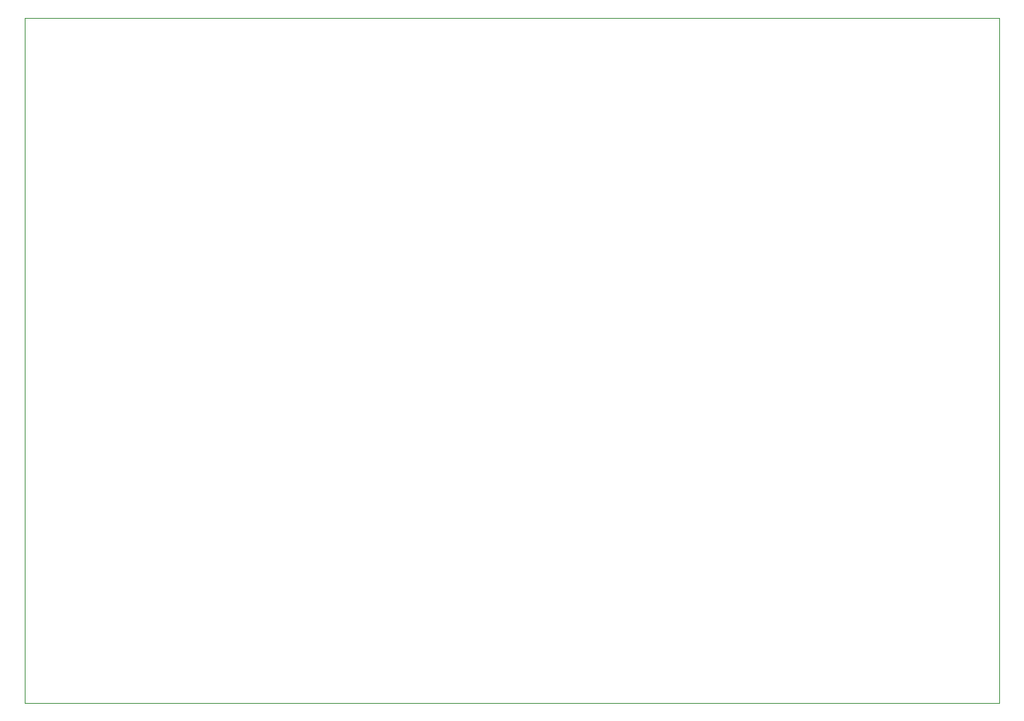
<source format=gbr>
G04 #@! TF.GenerationSoftware,KiCad,Pcbnew,5.0.2+dfsg1-1*
G04 #@! TF.CreationDate,2019-04-18T10:12:34+02:00*
G04 #@! TF.ProjectId,yaacwk,79616163-776b-42e6-9b69-6361645f7063,1.3*
G04 #@! TF.SameCoordinates,Original*
G04 #@! TF.FileFunction,Profile,NP*
%FSLAX46Y46*%
G04 Gerber Fmt 4.6, Leading zero omitted, Abs format (unit mm)*
G04 Created by KiCad (PCBNEW 5.0.2+dfsg1-1) date gio 18 apr 2019 10:12:34 CEST*
%MOMM*%
%LPD*%
G01*
G04 APERTURE LIST*
%ADD10C,0.100000*%
G04 APERTURE END LIST*
D10*
X210000000Y-58350000D02*
X210000000Y-55950000D01*
X100000000Y-58350000D02*
X100000000Y-55950000D01*
X100000000Y-55936000D02*
X210000000Y-55936000D01*
X100000000Y-133386000D02*
X100000000Y-58386000D01*
X210000000Y-133400000D02*
X100000000Y-133400000D01*
X210000000Y-58386000D02*
X210000000Y-133386000D01*
M02*

</source>
